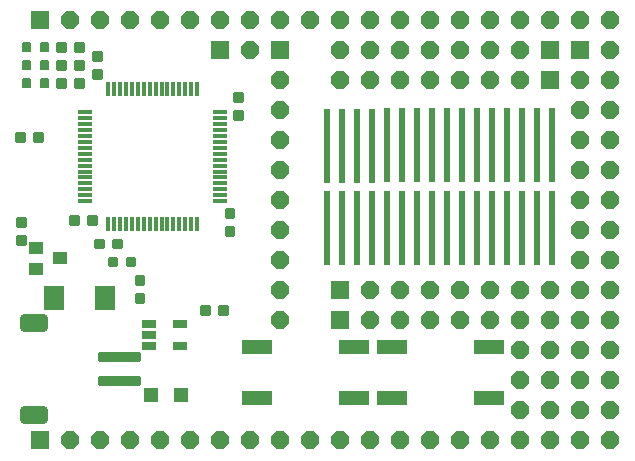
<source format=gts>
G75*
G70*
%OFA0B0*%
%FSLAX24Y24*%
%IPPOS*%
%LPD*%
%AMOC8*
5,1,8,0,0,1.08239X$1,22.5*
%
%ADD10R,0.0118X0.0472*%
%ADD11R,0.0472X0.0118*%
%ADD12R,0.0236X0.2500*%
%ADD13R,0.0600X0.0600*%
%ADD14OC8,0.0600*%
%ADD15C,0.0087*%
%ADD16R,0.0450X0.0400*%
%ADD17R,0.1000X0.0500*%
%ADD18R,0.0700X0.0800*%
%ADD19C,0.0075*%
%ADD20C,0.0157*%
%ADD21C,0.0315*%
%ADD22R,0.0472X0.0272*%
%ADD23R,0.0500X0.0500*%
D10*
X003425Y008357D03*
X003622Y008357D03*
X003819Y008357D03*
X004015Y008357D03*
X004212Y008357D03*
X004409Y008357D03*
X004606Y008357D03*
X004803Y008357D03*
X005000Y008357D03*
X005196Y008357D03*
X005393Y008357D03*
X005590Y008357D03*
X005787Y008357D03*
X005984Y008357D03*
X006181Y008357D03*
X006378Y008357D03*
X006378Y012845D03*
X006181Y012845D03*
X005984Y012845D03*
X005787Y012845D03*
X005590Y012845D03*
X005393Y012845D03*
X005196Y012845D03*
X005000Y012845D03*
X004803Y012845D03*
X004606Y012845D03*
X004409Y012845D03*
X004212Y012845D03*
X004015Y012845D03*
X003819Y012845D03*
X003622Y012845D03*
X003425Y012845D03*
D11*
X002657Y012078D03*
X002657Y011881D03*
X002657Y011684D03*
X002657Y011487D03*
X002657Y011290D03*
X002657Y011093D03*
X002657Y010896D03*
X002657Y010700D03*
X002657Y010503D03*
X002657Y010306D03*
X002657Y010109D03*
X002657Y009912D03*
X002657Y009715D03*
X002657Y009519D03*
X002657Y009322D03*
X002657Y009125D03*
X007145Y009125D03*
X007145Y009322D03*
X007145Y009519D03*
X007145Y009715D03*
X007145Y009912D03*
X007145Y010109D03*
X007145Y010306D03*
X007145Y010503D03*
X007145Y010700D03*
X007145Y010896D03*
X007145Y011093D03*
X007145Y011290D03*
X007145Y011487D03*
X007145Y011684D03*
X007145Y011881D03*
X007145Y012078D03*
D12*
X010701Y010975D03*
X011201Y010975D03*
X011701Y010975D03*
X012201Y010975D03*
X012701Y010977D03*
X013201Y010977D03*
X013701Y010977D03*
X014201Y010977D03*
X014701Y010977D03*
X015201Y010977D03*
X015701Y010977D03*
X016201Y010977D03*
X016701Y010977D03*
X017201Y010977D03*
X017701Y010977D03*
X018201Y010977D03*
X018201Y008225D03*
X017701Y008225D03*
X017201Y008225D03*
X016701Y008225D03*
X016201Y008225D03*
X015701Y008225D03*
X015201Y008225D03*
X014701Y008225D03*
X014201Y008225D03*
X013701Y008225D03*
X013201Y008225D03*
X012701Y008225D03*
X012201Y008225D03*
X011701Y008225D03*
X011201Y008225D03*
X010701Y008225D03*
D13*
X001151Y001151D03*
X011151Y005151D03*
X011151Y006151D03*
X018151Y013151D03*
X018151Y014151D03*
X019151Y014151D03*
X009151Y014151D03*
X007151Y014151D03*
X001151Y015151D03*
D14*
X002151Y015151D03*
X003151Y015151D03*
X004151Y015151D03*
X005151Y015151D03*
X006151Y015151D03*
X007151Y015151D03*
X008151Y015151D03*
X009151Y015151D03*
X010151Y015151D03*
X011151Y015151D03*
X012151Y015151D03*
X013151Y015151D03*
X014151Y015151D03*
X015151Y015151D03*
X016151Y015151D03*
X017151Y015151D03*
X018151Y015151D03*
X019151Y015151D03*
X020151Y015151D03*
X020151Y014151D03*
X020151Y013151D03*
X019151Y013151D03*
X019151Y012151D03*
X020151Y012151D03*
X020151Y011151D03*
X019151Y011151D03*
X019151Y010151D03*
X020151Y010151D03*
X020151Y009151D03*
X019151Y009151D03*
X019151Y008151D03*
X020151Y008151D03*
X020151Y007151D03*
X019151Y007151D03*
X019151Y006151D03*
X018151Y006151D03*
X017151Y006151D03*
X016151Y006151D03*
X015151Y006151D03*
X014151Y006151D03*
X013151Y006151D03*
X012151Y006151D03*
X012151Y005151D03*
X013151Y005151D03*
X014151Y005151D03*
X015151Y005151D03*
X016151Y005151D03*
X017151Y005151D03*
X018151Y005151D03*
X019151Y005151D03*
X020151Y005151D03*
X020151Y004151D03*
X019151Y004151D03*
X018151Y004151D03*
X017151Y004151D03*
X017151Y003151D03*
X018151Y003151D03*
X019151Y003151D03*
X020151Y003151D03*
X020151Y002151D03*
X019151Y002151D03*
X018151Y002151D03*
X017151Y002151D03*
X017151Y001151D03*
X016151Y001151D03*
X015151Y001151D03*
X014151Y001151D03*
X013151Y001151D03*
X012151Y001151D03*
X011151Y001151D03*
X010151Y001151D03*
X009151Y001151D03*
X008151Y001151D03*
X007151Y001151D03*
X006151Y001151D03*
X005151Y001151D03*
X004151Y001151D03*
X003151Y001151D03*
X002151Y001151D03*
X009151Y005151D03*
X009151Y006151D03*
X009151Y007151D03*
X009151Y008151D03*
X009151Y009151D03*
X009151Y010151D03*
X009151Y011151D03*
X009151Y012151D03*
X009151Y013151D03*
X008151Y014151D03*
X011151Y014151D03*
X012151Y014151D03*
X013151Y014151D03*
X014151Y014151D03*
X015151Y014151D03*
X016151Y014151D03*
X017151Y014151D03*
X017151Y013151D03*
X016151Y013151D03*
X015151Y013151D03*
X014151Y013151D03*
X013151Y013151D03*
X012151Y013151D03*
X011151Y013151D03*
X020151Y006151D03*
X020151Y001151D03*
X019151Y001151D03*
X018151Y001151D03*
D15*
X007593Y008009D02*
X007593Y008273D01*
X007593Y008009D02*
X007329Y008009D01*
X007329Y008273D01*
X007593Y008273D01*
X007593Y008095D02*
X007329Y008095D01*
X007329Y008181D02*
X007593Y008181D01*
X007593Y008267D02*
X007329Y008267D01*
X007593Y008609D02*
X007593Y008873D01*
X007593Y008609D02*
X007329Y008609D01*
X007329Y008873D01*
X007593Y008873D01*
X007593Y008695D02*
X007329Y008695D01*
X007329Y008781D02*
X007593Y008781D01*
X007593Y008867D02*
X007329Y008867D01*
X004293Y007243D02*
X004029Y007243D01*
X004293Y007243D02*
X004293Y006979D01*
X004029Y006979D01*
X004029Y007243D01*
X004029Y007065D02*
X004293Y007065D01*
X004293Y007151D02*
X004029Y007151D01*
X004029Y007237D02*
X004293Y007237D01*
X003853Y007579D02*
X003589Y007579D01*
X003589Y007843D01*
X003853Y007843D01*
X003853Y007579D01*
X003853Y007665D02*
X003589Y007665D01*
X003589Y007751D02*
X003853Y007751D01*
X003853Y007837D02*
X003589Y007837D01*
X003253Y007579D02*
X002989Y007579D01*
X002989Y007843D01*
X003253Y007843D01*
X003253Y007579D01*
X003253Y007665D02*
X002989Y007665D01*
X002989Y007751D02*
X003253Y007751D01*
X003253Y007837D02*
X002989Y007837D01*
X003013Y008613D02*
X002749Y008613D01*
X003013Y008613D02*
X003013Y008349D01*
X002749Y008349D01*
X002749Y008613D01*
X002749Y008435D02*
X003013Y008435D01*
X003013Y008521D02*
X002749Y008521D01*
X002749Y008607D02*
X003013Y008607D01*
X002413Y008613D02*
X002149Y008613D01*
X002413Y008613D02*
X002413Y008349D01*
X002149Y008349D01*
X002149Y008613D01*
X002149Y008435D02*
X002413Y008435D01*
X002413Y008521D02*
X002149Y008521D01*
X002149Y008607D02*
X002413Y008607D01*
X000369Y008573D02*
X000369Y008309D01*
X000369Y008573D02*
X000633Y008573D01*
X000633Y008309D01*
X000369Y008309D01*
X000369Y008395D02*
X000633Y008395D01*
X000633Y008481D02*
X000369Y008481D01*
X000369Y008567D02*
X000633Y008567D01*
X000369Y007973D02*
X000369Y007709D01*
X000369Y007973D02*
X000633Y007973D01*
X000633Y007709D01*
X000369Y007709D01*
X000369Y007795D02*
X000633Y007795D01*
X000633Y007881D02*
X000369Y007881D01*
X000369Y007967D02*
X000633Y007967D01*
X003429Y007243D02*
X003693Y007243D01*
X003693Y006979D01*
X003429Y006979D01*
X003429Y007243D01*
X003429Y007065D02*
X003693Y007065D01*
X003693Y007151D02*
X003429Y007151D01*
X003429Y007237D02*
X003693Y007237D01*
X004329Y006633D02*
X004329Y006369D01*
X004329Y006633D02*
X004593Y006633D01*
X004593Y006369D01*
X004329Y006369D01*
X004329Y006455D02*
X004593Y006455D01*
X004593Y006541D02*
X004329Y006541D01*
X004329Y006627D02*
X004593Y006627D01*
X004329Y006033D02*
X004329Y005769D01*
X004329Y006033D02*
X004593Y006033D01*
X004593Y005769D01*
X004329Y005769D01*
X004329Y005855D02*
X004593Y005855D01*
X004593Y005941D02*
X004329Y005941D01*
X004329Y006027D02*
X004593Y006027D01*
X006519Y005369D02*
X006783Y005369D01*
X006519Y005369D02*
X006519Y005633D01*
X006783Y005633D01*
X006783Y005369D01*
X006783Y005455D02*
X006519Y005455D01*
X006519Y005541D02*
X006783Y005541D01*
X006783Y005627D02*
X006519Y005627D01*
X007119Y005369D02*
X007383Y005369D01*
X007119Y005369D02*
X007119Y005633D01*
X007383Y005633D01*
X007383Y005369D01*
X007383Y005455D02*
X007119Y005455D01*
X007119Y005541D02*
X007383Y005541D01*
X007383Y005627D02*
X007119Y005627D01*
X001223Y011119D02*
X000959Y011119D01*
X000959Y011383D01*
X001223Y011383D01*
X001223Y011119D01*
X001223Y011205D02*
X000959Y011205D01*
X000959Y011291D02*
X001223Y011291D01*
X001223Y011377D02*
X000959Y011377D01*
X000623Y011119D02*
X000359Y011119D01*
X000359Y011383D01*
X000623Y011383D01*
X000623Y011119D01*
X000623Y011205D02*
X000359Y011205D01*
X000359Y011291D02*
X000623Y011291D01*
X000623Y011377D02*
X000359Y011377D01*
X001719Y012919D02*
X001983Y012919D01*
X001719Y012919D02*
X001719Y013183D01*
X001983Y013183D01*
X001983Y012919D01*
X001983Y013005D02*
X001719Y013005D01*
X001719Y013091D02*
X001983Y013091D01*
X001983Y013177D02*
X001719Y013177D01*
X001719Y013519D02*
X001983Y013519D01*
X001719Y013519D02*
X001719Y013783D01*
X001983Y013783D01*
X001983Y013519D01*
X001983Y013605D02*
X001719Y013605D01*
X001719Y013691D02*
X001983Y013691D01*
X001983Y013777D02*
X001719Y013777D01*
X001719Y014119D02*
X001983Y014119D01*
X001719Y014119D02*
X001719Y014383D01*
X001983Y014383D01*
X001983Y014119D01*
X001983Y014205D02*
X001719Y014205D01*
X001719Y014291D02*
X001983Y014291D01*
X001983Y014377D02*
X001719Y014377D01*
X002319Y014119D02*
X002583Y014119D01*
X002319Y014119D02*
X002319Y014383D01*
X002583Y014383D01*
X002583Y014119D01*
X002583Y014205D02*
X002319Y014205D01*
X002319Y014291D02*
X002583Y014291D01*
X002583Y014377D02*
X002319Y014377D01*
X003183Y014083D02*
X003183Y013819D01*
X002919Y013819D01*
X002919Y014083D01*
X003183Y014083D01*
X003183Y013905D02*
X002919Y013905D01*
X002919Y013991D02*
X003183Y013991D01*
X003183Y014077D02*
X002919Y014077D01*
X002583Y013519D02*
X002319Y013519D01*
X002319Y013783D01*
X002583Y013783D01*
X002583Y013519D01*
X002583Y013605D02*
X002319Y013605D01*
X002319Y013691D02*
X002583Y013691D01*
X002583Y013777D02*
X002319Y013777D01*
X003183Y013483D02*
X003183Y013219D01*
X002919Y013219D01*
X002919Y013483D01*
X003183Y013483D01*
X003183Y013305D02*
X002919Y013305D01*
X002919Y013391D02*
X003183Y013391D01*
X003183Y013477D02*
X002919Y013477D01*
X002583Y012919D02*
X002319Y012919D01*
X002319Y013183D01*
X002583Y013183D01*
X002583Y012919D01*
X002583Y013005D02*
X002319Y013005D01*
X002319Y013091D02*
X002583Y013091D01*
X002583Y013177D02*
X002319Y013177D01*
X007599Y012733D02*
X007599Y012469D01*
X007599Y012733D02*
X007863Y012733D01*
X007863Y012469D01*
X007599Y012469D01*
X007599Y012555D02*
X007863Y012555D01*
X007863Y012641D02*
X007599Y012641D01*
X007599Y012727D02*
X007863Y012727D01*
X007599Y012133D02*
X007599Y011869D01*
X007599Y012133D02*
X007863Y012133D01*
X007863Y011869D01*
X007599Y011869D01*
X007599Y011955D02*
X007863Y011955D01*
X007863Y012041D02*
X007599Y012041D01*
X007599Y012127D02*
X007863Y012127D01*
D16*
X001811Y007211D03*
X001011Y006861D03*
X001011Y007561D03*
D17*
X008376Y004251D03*
X008376Y002551D03*
X011627Y002551D03*
X012876Y002551D03*
X012876Y004251D03*
X011627Y004251D03*
X016127Y004251D03*
X016127Y002551D03*
D18*
X003311Y005891D03*
X001611Y005891D03*
D19*
X001414Y013189D02*
X001188Y013189D01*
X001414Y013189D02*
X001414Y012913D01*
X001188Y012913D01*
X001188Y013189D01*
X001188Y012987D02*
X001414Y012987D01*
X001414Y013061D02*
X001188Y013061D01*
X001188Y013135D02*
X001414Y013135D01*
X001414Y013789D02*
X001188Y013789D01*
X001414Y013789D02*
X001414Y013513D01*
X001188Y013513D01*
X001188Y013789D01*
X001188Y013587D02*
X001414Y013587D01*
X001414Y013661D02*
X001188Y013661D01*
X001188Y013735D02*
X001414Y013735D01*
X001414Y014389D02*
X001188Y014389D01*
X001414Y014389D02*
X001414Y014113D01*
X001188Y014113D01*
X001188Y014389D01*
X001188Y014187D02*
X001414Y014187D01*
X001414Y014261D02*
X001188Y014261D01*
X001188Y014335D02*
X001414Y014335D01*
X000814Y014389D02*
X000588Y014389D01*
X000814Y014389D02*
X000814Y014113D01*
X000588Y014113D01*
X000588Y014389D01*
X000588Y014187D02*
X000814Y014187D01*
X000814Y014261D02*
X000588Y014261D01*
X000588Y014335D02*
X000814Y014335D01*
X000814Y013789D02*
X000588Y013789D01*
X000814Y013789D02*
X000814Y013513D01*
X000588Y013513D01*
X000588Y013789D01*
X000588Y013587D02*
X000814Y013587D01*
X000814Y013661D02*
X000588Y013661D01*
X000588Y013735D02*
X000814Y013735D01*
X000814Y013189D02*
X000588Y013189D01*
X000814Y013189D02*
X000814Y012913D01*
X000588Y012913D01*
X000588Y013189D01*
X000588Y012987D02*
X000814Y012987D01*
X000814Y013061D02*
X000588Y013061D01*
X000588Y013135D02*
X000814Y013135D01*
D20*
X003161Y003856D02*
X004421Y003856D01*
X003161Y003856D02*
X003161Y004014D01*
X004421Y004014D01*
X004421Y003856D01*
X004421Y004012D02*
X003161Y004012D01*
X003161Y003068D02*
X004421Y003068D01*
X003161Y003068D02*
X003161Y003226D01*
X004421Y003226D01*
X004421Y003068D01*
X004421Y003224D02*
X003161Y003224D01*
D21*
X001248Y001848D02*
X000618Y001848D01*
X000618Y002164D01*
X001248Y002164D01*
X001248Y001848D01*
X001248Y002162D02*
X000618Y002162D01*
X000618Y004919D02*
X001248Y004919D01*
X000618Y004919D02*
X000618Y005235D01*
X001248Y005235D01*
X001248Y004919D01*
X001248Y005233D02*
X000618Y005233D01*
D22*
X004789Y005035D03*
X004789Y004661D03*
X004789Y004287D03*
X005813Y004287D03*
X005813Y005035D03*
D23*
X005851Y002651D03*
X004851Y002651D03*
M02*

</source>
